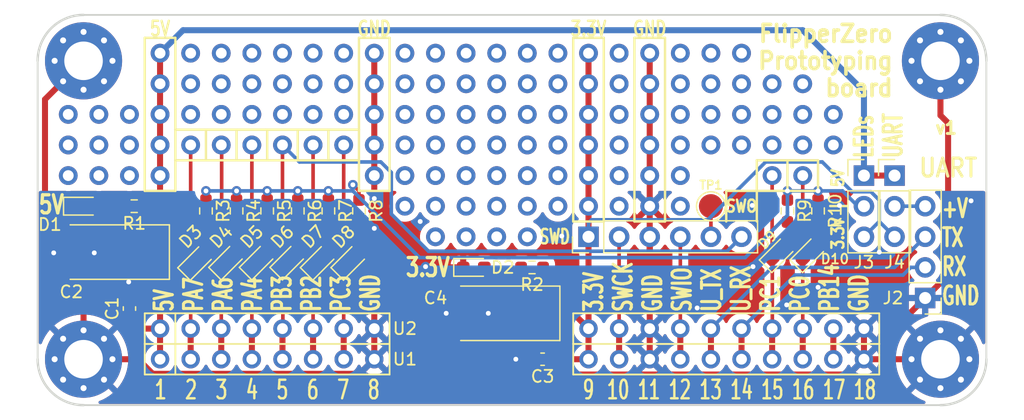
<source format=kicad_pcb>
(kicad_pcb (version 20241229) (generator "pcbnew") (generator_version "9.0")
  (layers (0 "F.Cu" signal) (2 "B.Cu" signal) (13 "F.Paste" user) (15 "B.Paste" user) (5 "F.SilkS" user "F.Silkscreen") (7 "B.SilkS" user "B.Silkscreen") (1 "F.Mask" user) (3 "B.Mask" user) (25 "Edge.Cuts" user))
  (net 0 "")
  (net 1 "/5V")
  (net 2 "/3.3V")
  (net 3 "GND")
  (net 4 "Net-(D1-A)")
  (net 5 "/PB14")
  (net 6 "/PC0")
  (net 7 "/PC1")
  (net 8 "/UART_RX")
  (net 9 "/UART_TX")
  (net 10 "/SWDIO")
  (net 11 "/SWCLK")
  (net 12 "/PC3")
  (net 13 "/PB2")
  (net 14 "/SWO")
  (net 15 "/PA4")
  (net 16 "/PA6")
  (net 17 "/PA7")
  (net 18 "Net-(D2-A)")
  (net 19 "Net-(D3-A)")
  (net 20 "Net-(D4-A)")
  (net 21 "Net-(D5-A)")
  (net 22 "Net-(D6-A)")
  (net 23 "Net-(D7-A)")
  (net 24 "Net-(D8-A)")
  (net 25 "Net-(D9-A)")
  (net 26 "Net-(D10-A)")
  (net 27 "Net-(J1-Pin_5)")
  (net 28 "Net-(J2-Pin_4)")
  (net 29 "Net-(J3-Pin_2)")
  (footprint "lomalkin_kicad_footprints:FlipperZero" (layer "F.Cu") (at 90.17 76.2)
    (property "Reference" "U1")
    (property "Value" "FlipperZero")
  )
  (footprint "lomalkin_kicad_footprints:Flipper-SolderPad" (layer "F.Cu") (at 111.76 53.34)
    (property "Reference" "X1" (hide yes))
    (property "Value" "SolderPad" (hide yes))
  )
  (footprint "lomalkin_kicad_footprints:Flipper-SolderPad" (layer "F.Cu") (at 109.22 50.8)
    (property "Reference" "X1" (hide yes))
    (property "Value" "SolderPad" (hide yes))
  )
  (footprint "lomalkin_kicad_footprints:Flipper-SolderPad" (layer "F.Cu") (at 109.22 53.34)
    (property "Reference" "X1" (hide yes))
    (property "Value" "SolderPad" (hide yes))
  )
  (footprint "lomalkin_kicad_footprints:Flipper-SolderPad" (layer "F.Cu") (at 106.68 53.34)
    (property "Reference" "X1" (hide yes))
    (property "Value" "SolderPad" (hide yes))
  )
  (footprint "lomalkin_kicad_footprints:Flipper-SolderPad" (layer "F.Cu") (at 106.68 50.8)
    (property "Reference" "X1" (hide yes))
    (property "Value" "SolderPad" (hide yes))
  )
  (footprint "lomalkin_kicad_footprints:Flipper-SolderPad" (layer "F.Cu") (at 106.68 55.88)
    (property "Reference" "X1" (hide yes))
    (property "Value" "SolderPad" (hide yes))
  )
  (footprint "lomalkin_kicad_footprints:Flipper-SolderPad" (layer "F.Cu") (at 109.22 55.88)
    (property "Reference" "X1" (hide yes))
    (property "Value" "SolderPad" (hide yes))
  )
  (footprint "lomalkin_kicad_footprints:Flipper-SolderPad" (layer "F.Cu") (at 106.68 58.42)
    (property "Reference" "X1" (hide yes))
    (property "Value" "SolderPad" (hide yes))
  )
  (footprint "lomalkin_kicad_footprints:Flipper-SolderPad" (layer "F.Cu") (at 109.22 58.42)
    (property "Reference" "X1" (hide yes))
    (property "Value" "SolderPad" (hide yes))
  )
  (footprint "lomalkin_kicad_footprints:Flipper-SolderPad" (layer "F.Cu") (at 111.76 58.42)
    (property "Reference" "X1" (hide yes))
    (property "Value" "SolderPad" (hide yes))
  )
  (footprint "lomalkin_kicad_footprints:Flipper-SolderPad" (layer "F.Cu") (at 106.68 63.5)
    (property "Reference" "X1" (hide yes))
    (property "Value" "SolderPad" (hide yes))
  )
  (footprint "lomalkin_kicad_footprints:Flipper-SolderPad" (layer "F.Cu") (at 106.68 60.96)
    (property "Reference" "X1" (hide yes))
    (property "Value" "SolderPad" (hide yes))
  )
  (footprint "lomalkin_kicad_footprints:Flipper-SolderPad" (layer "F.Cu") (at 116.84 55.88)
    (property "Reference" "X1" (hide yes))
    (property "Value" "SolderPad" (hide yes))
  )
  (footprint "lomalkin_kicad_footprints:Flipper-SolderPad" (layer "F.Cu") (at 114.3 55.88)
    (property "Reference" "X1" (hide yes))
    (property "Value" "SolderPad" (hide yes))
  )
  (footprint "lomalkin_kicad_footprints:Flipper-SolderPad" (layer "F.Cu") (at 114.3 58.42)
    (property "Reference" "X1" (hide yes))
    (property "Value" "SolderPad" (hide yes))
  )
  (footprint "lomalkin_kicad_footprints:Flipper-SolderPad" (layer "F.Cu") (at 119.38 55.88)
    (property "Reference" "X1" (hide yes))
    (property "Value" "SolderPad" (hide yes))
  )
  (footprint "lomalkin_kicad_footprints:Flipper-SolderPad" (layer "F.Cu") (at 116.84 58.42)
    (property "Reference" "X1" (hide yes))
    (property "Value" "SolderPad" (hide yes))
  )
  (footprint "lomalkin_kicad_footprints:Flipper-SolderPad" (layer "F.Cu") (at 114.3 53.34)
    (property "Reference" "X1" (hide yes))
    (property "Value" "SolderPad" (hide yes))
  )
  (footprint "lomalkin_kicad_footprints:Flipper-SolderPad" (layer "F.Cu") (at 116.84 53.34)
    (property "Reference" "X1" (hide yes))
    (property "Value" "SolderPad" (hide yes))
  )
  (footprint "lomalkin_kicad_footprints:Flipper-SolderPad" (layer "F.Cu") (at 119.38 58.42)
    (property "Reference" "X1" (hide yes))
    (property "Value" "SolderPad" (hide yes))
  )
  (footprint "lomalkin_kicad_footprints:Flipper-SolderPad" (layer "F.Cu") (at 111.76 50.8)
    (property "Reference" "X1" (hide yes))
    (property "Value" "SolderPad" (hide yes))
  )
  (footprint "lomalkin_kicad_footprints:Flipper-SolderPad" (layer "F.Cu") (at 83.82 63.5)
    (property "Reference" "X1" (hide yes))
    (property "Value" "SolderPad" (hide yes))
  )
  (footprint "lomalkin_kicad_footprints:Flipper-SolderPad" (layer "F.Cu") (at 83.82 60.96)
    (property "Reference" "X1" (hide yes))
    (property "Value" "SolderPad" (hide yes))
  )
  (footprint "lomalkin_kicad_footprints:Flipper-SolderPad" (layer "F.Cu") (at 83.82 58.42)
    (property "Reference" "X1" (hide yes))
    (property "Value" "SolderPad" (hide yes))
  )
  (footprint "lomalkin_kicad_footprints:Flipper-SolderPad" (layer "F.Cu") (at 83.82 55.88)
    (property "Reference" "X1" (hide yes))
    (property "Value" "SolderPad" (hide yes))
  )
  (footprint "lomalkin_kicad_footprints:Flipper-SolderPad" (layer "F.Cu") (at 83.82 53.34)
    (property "Reference" "X1" (hide yes))
    (property "Value" "SolderPad" (hide yes))
  )
  (footprint "lomalkin_kicad_footprints:Flipper-SolderPad" (layer "F.Cu") (at 83.82 50.8)
    (property "Reference" "X1" (hide yes))
    (property "Value" "SolderPad" (hide yes))
  )
  (footprint "lomalkin_kicad_footprints:Flipper-SolderPad" (layer "F.Cu") (at 86.36 55.88)
    (property "Reference" "X1" (hide yes))
    (property "Value" "SolderPad" (hide yes))
  )
  (footprint "lomalkin_kicad_footprints:Flipper-SolderPad" (layer "F.Cu") (at 86.36 60.96)
    (property "Reference" "X1" (hide yes))
    (property "Value" "SolderPad" (hide yes))
  )
  (footprint "lomalkin_kicad_footprints:Flipper-SolderPad" (layer "F.Cu") (at 86.36 63.5)
    (property "Reference" "X1" (hide yes))
    (property "Value" "SolderPad" (hide yes))
  )
  (footprint "lomalkin_kicad_footprints:Flipper-SolderPad" (layer "F.Cu") (at 86.36 58.42)
    (property "Reference" "X1" (hide yes))
    (property "Value" "SolderPad" (hide yes))
  )
  (footprint "lomalkin_kicad_footprints:Flipper-SolderPad" (layer "F.Cu") (at 86.36 53.34)
    (property "Reference" "X1" (hide yes))
    (property "Value" "SolderPad" (hide yes))
  )
  (footprint "lomalkin_kicad_footprints:Flipper-SolderPad" (layer "F.Cu") (at 86.36 50.8)
    (property "Reference" "X1" (hide yes))
    (property "Value" "SolderPad" (hide yes))
  )
  (footprint "lomalkin_kicad_footprints:Flipper-SolderPad" (layer "F.Cu") (at 88.9 58.42)
    (property "Reference" "X1" (hide yes))
    (property "Value" "SolderPad" (hide yes))
  )
  (footprint "lomalkin_kicad_footprints:Flipper-SolderPad" (layer "F.Cu") (at 88.9 55.88)
    (property "Reference" "X1" (hide yes))
    (property "Value" "SolderPad" (hide yes))
  )
  (footprint "lomalkin_kicad_footprints:Flipper-SolderPad" (layer "F.Cu") (at 88.9 63.5)
    (property "Reference" "X1" (hide yes))
    (property "Value" "SolderPad" (hide yes))
  )
  (footprint "lomalkin_kicad_footprints:Flipper-SolderPad" (layer "F.Cu") (at 88.9 53.34)
    (property "Reference" "X1" (hide yes))
    (property "Value" "SolderPad" (hide yes))
  )
  (footprint "lomalkin_kicad_footprints:Flipper-SolderPad" (layer "F.Cu") (at 88.9 60.96)
    (property "Reference" "X1" (hide yes))
    (property "Value" "SolderPad" (hide yes))
  )
  (footprint "lomalkin_kicad_footprints:Flipper-SolderPad" (layer "F.Cu") (at 88.9 50.8)
    (property "Reference" "X1" (hide yes))
    (property "Value" "SolderPad" (hide yes))
  )
  (footprint "lomalkin_kicad_footprints:Flipper-SolderPad" (layer "F.Cu") (at 91.44 53.34)
    (property "Reference" "X1" (hide yes))
    (property "Value" "SolderPad" (hide yes))
  )
  (footprint "lomalkin_kicad_footprints:Flipper-SolderPad" (layer "F.Cu") (at 91.44 50.8)
    (property "Reference" "X1" (hide yes))
    (property "Value" "SolderPad" (hide yes))
  )
  (footprint "lomalkin_kicad_footprints:Flipper-SolderPad" (layer "F.Cu") (at 91.44 55.88)
    (property "Reference" "X1" (hide yes))
    (property "Value" "SolderPad" (hide yes))
  )
  (footprint "lomalkin_kicad_footprints:Flipper-SolderPad" (layer "F.Cu") (at 91.44 60.96)
    (property "Reference" "X1" (hide yes))
    (property "Value" "SolderPad" (hide yes))
  )
  (footprint "lomalkin_kicad_footprints:Flipper-SolderPad" (layer "F.Cu") (at 91.44 63.5)
    (property "Reference" "X1" (hide yes))
    (property "Value" "SolderPad" (hide yes))
  )
  (footprint "lomalkin_kicad_footprints:Flipper-SolderPad" (layer "F.Cu") (at 91.44 58.42)
    (property "Reference" "X1" (hide yes))
    (property "Value" "SolderPad" (hide yes))
  )
  (footprint "lomalkin_kicad_footprints:Flipper-SolderPad" (layer "F.Cu") (at 93.98 60.96)
    (property "Reference" "X1" (hide yes))
    (property "Value" "SolderPad" (hide yes))
  )
  (footprint "lomalkin_kicad_footprints:Flipper-SolderPad" (layer "F.Cu") (at 93.98 63.5)
    (property "Reference" "X1" (hide yes))
    (property "Value" "SolderPad" (hide yes))
  )
  (footprint "lomalkin_kicad_footprints:Flipper-SolderPad" (layer "F.Cu") (at 93.98 53.34)
    (property "Reference" "X1" (hide yes))
    (property "Value" "SolderPad" (hide yes))
  )
  (footprint "lomalkin_kicad_footprints:Flipper-SolderPad" (layer "F.Cu") (at 93.98 55.88)
    (property "Reference" "X1" (hide yes))
    (property "Value" "SolderPad" (hide yes))
  )
  (footprint "lomalkin_kicad_footprints:Flipper-SolderPad" (layer "F.Cu") (at 93.98 58.42)
    (property "Reference" "X1" (hide yes))
    (property "Value" "SolderPad" (hide yes))
  )
  (footprint "lomalkin_kicad_footprints:Flipper-SolderPad" (layer "F.Cu") (at 93.98 50.8)
    (property "Reference" "X1" (hide yes))
    (property "Value" "SolderPad" (hide yes))
  )
  (footprint "lomalkin_kicad_footprints:Flipper-SolderPad" (layer "F.Cu") (at 96.52 58.42)
    (property "Reference" "X1" (hide yes))
    (property "Value" "SolderPad" (hide yes))
  )
  (footprint "lomalkin_kicad_footprints:Flipper-SolderPad" (layer "F.Cu") (at 96.52 63.5)
    (property "Reference" "X1" (hide yes))
    (property "Value" "SolderPad" (hide yes))
  )
  (footprint "lomalkin_kicad_footprints:Flipper-SolderPad" (layer "F.Cu") (at 96.52 55.88)
    (property "Reference" "X1" (hide yes))
    (property "Value" "SolderPad" (hide yes))
  )
  (footprint "lomalkin_kicad_footprints:Flipper-SolderPad" (layer "F.Cu") (at 96.52 53.34)
    (property "Reference" "X1" (hide yes))
    (property "Value" "SolderPad" (hide yes))
  )
  (footprint "lomalkin_kicad_footprints:Flipper-SolderPad" (layer "F.Cu") (at 96.52 60.96)
    (property "Reference" "X1" (hide yes))
    (property "Value" "SolderPad" (hide yes))
  )
  (footprint "lomalkin_kicad_footprints:Flipper-SolderPad" (layer "F.Cu") (at 96.52 50.8)
    (property "Reference" "X1" (hide yes))
    (property "Value" "SolderPad" (hide yes))
  )
  (footprint "lomalkin_kicad_footprints:Flipper-SolderPad" (layer "F.Cu") (at 78.74 55.88)
    (property "Reference" "X1" (hide yes))
    (property "Value" "SolderPad" (hide yes))
  )
  (footprint "lomalkin_kicad_footprints:Flipper-SolderPad" (layer "F.Cu") (at 76.2 55.88)
    (property "Reference" "X1" (hide yes))
    (property "Value" "SolderPad" (hide yes))
  )
  (footprint "lomalkin_kicad_footprints:Flipper-SolderPad" (layer "F.Cu") (at 73.66 55.88)
    (property "Reference" "X1" (hide yes))
    (property "Value" "SolderPad" (hide yes))
  )
  (footprint "lomalkin_kicad_footprints:Flipper-SolderPad" (layer "F.Cu") (at 71.12 55.88)
    (property "Reference" "X1" (hide yes))
    (property "Value" "SolderPad" (hide yes))
  )
  (footprint "lomalkin_kicad_footprints:Flipper-SolderPad" (layer "F.Cu") (at 68.58 55.88)
    (property "Reference" "X1" (hide yes))
    (property "Value" "SolderPad" (hide yes))
  )
  (footprint "lomalkin_kicad_footprints:Flipper-SolderPad" (layer "F.Cu") (at 66.04 55.88)
    (property "Reference" "X1" (hide yes))
    (property "Value" "SolderPad" (hide yes))
  )
  (footprint "lomalkin_kicad_footprints:Flipper-SolderPad" (layer "F.Cu") (at 76.2 53.34)
    (property "Reference" "X1" (hide yes))
    (property "Value" "SolderPad" (hide yes))
  )
  (footprint "lomalkin_kicad_footprints:Flipper-SolderPad" (layer "F.Cu") (at 68.58 53.34)
    (property "Reference" "X1" (hide yes))
    (property "Value" "SolderPad" (hide yes))
  )
  (footprint "lomalkin_kicad_footprints:Flipper-SolderPad" (layer "F.Cu") (at 73.66 53.34)
    (property "Reference" "X1" (hide yes))
    (property "Value" "SolderPad" (hide yes))
  )
  (footprint "lomalkin_kicad_footprints:Flipper-SolderPad" (layer "F.Cu") (at 71.12 53.34)
    (property "Reference" "X1" (hide yes))
    (property "Value" "SolderPad" (hide yes))
  )
  (footprint "lomalkin_kicad_footprints:Flipper-SolderPad" (layer "F.Cu") (at 66.04 53.34)
    (property "Reference" "X1" (hide yes))
    (property "Value" "SolderPad" (hide yes))
  )
  (footprint "lomalkin_kicad_footprints:Flipper-SolderPad" (layer "F.Cu") (at 78.74 53.34)
    (property "Reference" "X1" (hide yes))
    (property "Value" "SolderPad" (hide yes))
  )
  (footprint "lomalkin_kicad_footprints:Flipper-SolderPad" (layer "F.Cu") (at 66.04 50.8)
    (property "Reference" "X1" (hide yes))
    (property "Value" "SolderPad" (hide yes))
  )
  (footprint "lomalkin_kicad_footprints:Flipper-SolderPad" (layer "F.Cu") (at 68.58 50.8)
    (property "Reference" "X1" (hide yes))
    (property "Value" "SolderPad" (hide yes))
  )
  (footprint "lomalkin_kicad_footprints:Flipper-SolderPad" (layer "F.Cu") (at 73.66 50.8)
    (property "Reference" "X1" (hide yes))
    (property "Value" "SolderPad" (hide yes))
  )
  (footprint "lomalkin_kicad_footprints:Flipper-SolderPad" (layer "F.Cu") (at 76.2 50.8)
    (property "Reference" "X1" (hide yes))
    (property "Value" "SolderPad" (hide yes))
  )
  (footprint "lomalkin_kicad_footprints:Flipper-SolderPad" (layer "F.Cu") (at 71.12 50.8)
    (property "Reference" "X1" (hide yes))
    (property "Value" "SolderPad" (hide yes))
  )
  (footprint "lomalkin_kicad_footprints:Flipper-SolderPad" (layer "F.Cu") (at 78.74 50.8)
    (property "Reference" "X1" (hide yes))
    (property "Value" "SolderPad" (hide yes))
  )
  (footprint "lomalkin_kicad_footprints:Flipper-SolderPad" (layer "F.Cu") (at 58.42 55.88)
    (property "Reference" "X1" (hide yes))
    (property "Value" "SolderPad" (hide yes))
  )
  (footprint "lomalkin_kicad_footprints:Flipper-SolderPad" (layer "F.Cu") (at 55.88 58.42)
    (property "Reference" "X1" (hide yes))
    (property "Value" "SolderPad" (hide yes))
  )
  (footprint "lomalkin_kicad_footprints:Flipper-SolderPad" (layer "F.Cu") (at 55.88 55.88)
    (property "Reference" "X1" (hide yes))
    (property "Value" "SolderPad" (hide yes))
  )
  (footprint "lomalkin_kicad_footprints:Flipper-SolderPad" (layer "F.Cu") (at 58.42 60.96)
    (property "Reference" "X1" (hide yes))
    (property "Value" "SolderPad" (hide yes))
  )
  (footprint "lomalkin_kicad_footprints:Flipper-SolderPad" (layer "F.Cu") (at 58.42 58.42)
    (property "Reference" "X1" (hide yes))
    (property "Value" "SolderPad" (hide yes))
  )
  (footprint "lomalkin_kicad_footprints:Flipper-SolderPad" (layer "F.Cu") (at 60.96 55.88)
    (property "Reference" "X1" (hide yes))
    (property "Value" "SolderPad" (hide yes))
  )
  (footprint "lomalkin_kicad_footprints:Flipper-SolderPad" (layer "F.Cu") (at 60.96 60.96)
    (property "Reference" "X1" (hide yes))
    (property "Value" "SolderPad" (hide yes))
  )
  (footprint "lomalkin_kicad_footprints:Flipper-SolderPad" (layer "F.Cu") (at 60.96 58.42)
    (property "Reference" "X1" (hide yes))
    (property "Value" "SolderPad" (hide yes))
  )
  (footprint "lomalkin_kicad_footprints:Flipper-SolderPad" (layer "F.Cu") (at 55.88 60.96)
    (property "Reference" "X1" (hide yes))
    (property "Value" "SolderPad" (hide yes))
  )
  (footprint "lomalkin_kicad_footprints:Flipper-SolderPad" (layer "F.Cu") (at 101.6 50.8)
    (property "Reference" "X1" (hide yes))
    (property "Value" "SolderPad" (hide yes))
  )
  (footprint "lomalkin_kicad_footprints:Flipper-SolderPad" (layer "F.Cu") (at 101.6 55.88)
    (property "Reference" "X1" (hide yes))
    (property "Value" "SolderPad" (hide yes))
  )
  (footprint "lomalkin_kicad_footprints:Flipper-SolderPad" (layer "F.Cu") (at 101.6 58.42)
    (property "Reference" "X1" (hide yes))
    (property "Value" "SolderPad" (hide yes))
  )
  (footprint "lomalkin_kicad_footprints:Flipper-SolderPad" (layer "F.Cu") (at 101.6 53.34)
    (property "Reference" "X1" (hide yes))
    (property "Value" "SolderPad" (hide yes))
  )
  (footprint "lomalkin_kicad_footprints:Flipper-SolderPad" (layer "F.Cu") (at 101.6 60.96)
    (property "Reference" "X1" (hide yes))
    (property "Value" "SolderPad" (hide yes))
  )
  (footprint "lomalkin_kicad_footprints:Flipper-SolderPad" (layer "F.Cu") (at 101.6 63.5)
    (property "Reference" "X1" (hide yes))
    (property "Value" "SolderPad" (hide yes))
  )
  (footprint "lomalkin_kicad_footprints:Flipper-SolderPad" (layer "F.Cu") (at 86.36 66.04)
    (property "Reference" "X1" (hide yes))
    (property "Value" "SolderPad" (hide yes))
  )
  (footprint "lomalkin_kicad_footprints:Flipper-SolderPad" (layer "F.Cu") (at 88.9 66.04)
    (property "Reference" "X1" (hide yes))
    (property "Value" "SolderPad" (hide yes))
  )
  (footprint "lomalkin_kicad_footprints:Flipper-SolderPad" (layer "F.Cu") (at 91.44 66.04)
    (property "Reference" "X1" (hide yes))
    (property "Value" "SolderPad" (hide yes))
  )
  (footprint "lomalkin_kicad_footprints:Flipper-SolderPad" (layer "F.Cu") (at 93.98 66.04)
    (property "Reference" "X1" (hide yes))
    (property "Value" "SolderPad" (hide yes))
  )
  (footprint "Resistor_SMD:R_0603_1608Metric_Pad0.98x0.95mm_HandSolder" (layer "F.Cu") (at 61.355 63.5 180)
    (property "Reference" "R1")
    (property "Value" "1K")
  )
  (footprint "LED_SMD:LED_0603_1608Metric_Pad1.05x0.95mm_HandSolder" (layer "F.Cu") (at 57.15 63.5)
    (property "Reference" "D1")
    (property "Value" "LED0603")
  )
  (footprint "lomalkin_kicad_footprints:TestPoint_Pad_D2.0mm" (layer "F.Cu") (at 109.22 63.5)
    (property "Reference" "TP1")
    (property "Value" "TestPoint" (hide yes))
  )
  (footprint "Resistor_SMD:R_0603_1608Metric_Pad0.98x0.95mm_HandSolder" (layer "F.Cu") (at 94.375 68.58 180)
    (property "Reference" "R2")
    (property "Value" "1K")
  )
  (footprint "Resistor_SMD:R_0603_1608Metric_Pad0.98x0.95mm_HandSolder" (layer "F.Cu") (at 67.31 63.895 -90)
    (property "Reference" "R3")
    (property "Value" "1K")
  )
  (footprint "Resistor_SMD:R_0603_1608Metric_Pad0.98x0.95mm_HandSolder" (layer "F.Cu") (at 69.85 63.895 -90)
    (property "Reference" "R4")
    (property "Value" "1K")
  )
  (footprint "Resistor_SMD:R_0603_1608Metric_Pad0.98x0.95mm_HandSolder" (layer "F.Cu") (at 72.39 63.895 -90)
    (property "Reference" "R5")
    (property "Value" "1K")
  )
  (footprint "Resistor_SMD:R_0603_1608Metric_Pad0.98x0.95mm_HandSolder" (layer "F.Cu") (at 118.11 63.895 -90)
    (property "Reference" "R10")
    (property "Value" "1K")
  )
  (footprint "MountingHole:MountingHole_3.2mm_M3_Pad_Via" (layer "F.Cu") (at 57.15 51.435)
    (property "Reference" "H4" (hide yes))
    (property "Value" "MountingHole_Pad")
  )
  (footprint "MountingHole:MountingHole_3.2mm_M3_Pad_Via" (layer "F.Cu") (at 128.27 51.435 180)
    (property "Reference" "H3" (hide yes))
    (property "Value" "MountingHole_Pad")
  )
  (footprint "MountingHole:MountingHole_3.2mm_M3_Pad_Via" (layer "F.Cu") (at 57.15 76.2)
    (property "Reference" "H1" (hide yes))
    (property "Value" "MountingHole_Pad")
  )
  (footprint "MountingHole:MountingHole_3.2mm_M3_Pad_Via" (layer "F.Cu") (at 128.27 76.2)
    (property "Reference" "H2" (hide yes))
    (property "Value" "MountingHole_Pad")
  )
  (footprint "LED_SMD:LED_0603_1608Metric_Pad1.05x0.95mm_HandSolder" (layer "F.Cu") (at 76.835 67.945 45)
    (property "Reference" "D7")
    (property "Value" "LED")
  )
  (footprint "LED_SMD:LED_0603_1608Metric_Pad1.05x0.95mm_HandSolder" (layer "F.Cu") (at 117.475 67.31 45)
    (property "Reference" "D10")
    (property "Value" "LED")
  )
  (footprint "LED_SMD:LED_0603_1608Metric_Pad1.05x0.95mm_HandSolder" (layer "F.Cu") (at 114.935 67.31 45)
    (property "Reference" "D9")
    (property "Value" "LED")
  )
  (footprint "LED_SMD:LED_0603_1608Metric_Pad1.05x0.95mm_HandSolder" (layer "F.Cu") (at 79.375 67.945 45)
    (property "Reference" "D8")
    (property "Value" "LED")
  )
  (footprint "LED_SMD:LED_0603_1608Metric_Pad1.05x0.95mm_HandSolder" (layer "F.Cu") (at 74.311282 67.928718 45)
    (property "Reference" "D6")
    (property "Value" "LED")
  )
  (footprint "LED_SMD:LED_0603_1608Metric_Pad1.05x0.95mm_HandSolder" (layer "F.Cu") (at 71.771282 67.928718 45)
    (property "Reference" "D5")
    (property "Value" "LED")
  )
  (footprint "LED_SMD:LED_0603_1608Metric_Pad1.05x0.95mm_HandSolder" (layer "F.Cu") (at 69.231282 67.928718 45)
    (property "Reference" "D4")
    (property "Value" "LED")
  )
  (footprint "LED_SMD:LED_0603_1608Metric_Pad1.05x0.95mm_HandSolder" (layer "F.Cu") (at 66.658718 67.961282 45)
    (property "Reference" "D3")
    (property "Value" "LED")
  )
  (footprint "LED_SMD:LED_0603_1608Metric_Pad1.05x0.95mm_HandSolder" (layer "F.Cu") (at 89.535 68.58)
    (property "Reference" "D2")
    (property "Value" "LED0603")
  )
  (footprint "Connector_PinHeader_2.54mm:PinHeader_1x06_P2.54mm_Vertical" (layer "F.Cu") (at 99.06 66.04 90)
    (property "Reference" "J1" (hide yes))
    (property "Value" "SWD")
  )
  (footprint "Connector_PinHeader_2.54mm:PinHeader_1x04_P2.54mm_Vertical" (layer "F.Cu") (at 127 71.12 180)
    (property "Reference" "J2")
    (property "Value" "UART")
  )
  (footprint "Connector_PinHeader_2.54mm:PinHeader_1x03_P2.54mm_Vertical" (layer "F.Cu") (at 124.46 60.96)
    (property "Reference" "J4")
    (property "Value" "UART_PWR")
  )
  (footprint "Connector_PinHeader_2.54mm:PinHeader_1x03_P2.54mm_Vertical" (layer "F.Cu") (at 121.92 60.96)
    (property "Reference" "J3")
    (property "Value" "LEDS_PWR")
  )
  (footprint "Capacitor_Tantalum_SMD:CP_EIA-7343-31_Kemet-D_Pad2.25x2.55mm_HandSolder" (layer "F.Cu") (at 92.1 72.39 180)
    (property "Reference" "C4")
    (property "Value" "C_Tantal_D")
  )
  (footprint "Capacitor_Tantalum_SMD:CP_EIA-7343-31_Kemet-D_Pad2.25x2.55mm_HandSolder" (layer "F.Cu") (at 59.69 67.31 180)
    (property "Reference" "C2")
    (property "Value" "C_Tantal_D")
  )
  (footprint "Capacitor_SMD:C_0603_1608Metric_Pad1.08x0.95mm_HandSolder" (layer "F.Cu") (at 60.96 71.995 90)
    (property "Reference" "C1")
    (property "Value" "C0603")
  )
  (footprint "Capacitor_SMD:C_0603_1608Metric_Pad1.08x0.95mm_HandSolder" (layer "F.Cu") (at 95.25 76.2 180)
    (property "Reference" "C3")
    (property "Value" "C0603")
  )
  (footprint "Resistor_SMD:R_0603_1608Metric_Pad0.98x0.95mm_HandSolder" (layer "F.Cu") (at 115.57 63.895 -90)
    (property "Reference" "R9")
    (property "Value" "1K")
  )
  (footprint "lomalkin_kicad_footprints:FlipperZero" (layer "F.Cu") (at 90.17 73.66)
    (property "Reference" "U2")
    (property "Value" "FlipperZero")
  )
  (footprint "Resistor_SMD:R_0603_1608Metric_Pad0.98x0.95mm_HandSolder" (layer "F.Cu") (at 80.01 63.895 -90)
    (property "Reference" "R8")
    (property "Value" "1K")
  )
  (footprint "Resistor_SMD:R_0603_1608Metric_Pad0.98x0.95mm_HandSolder" (layer "F.Cu") (at 74.93 63.895 -90)
    (property "Reference" "R6")
    (property "Value" "1K")
  )
  (footprint "Resistor_SMD:R_0603_1608Metric_Pad0.98x0.95mm_HandSolder" (layer "F.Cu") (at 77.47 63.895 -90)
    (property "Reference" "R7")
    (property "Value" "1K")
  )
  (footprint "lomalkin_kicad_footprints:Flipper-SolderPad" (layer "F.Cu") (at 73.66 58.42)
    (property "Reference" "X5" (hide yes))
    (property "Value" "SolderPad" (hide yes))
  )
  (footprint "lomalkin_kicad_footprints:Flipper-SolderPad" (layer "F.Cu") (at 114.3 60.96)
    (property "Reference" "X8" (hide yes))
    (property "Value" "SolderPad" (hide yes))
  )
  (footprint "lomalkin_kicad_footprints:Flipper-SolderPad" (layer "F.Cu") (at 78.74 58.42)
    (property "Reference" "X7" (hide yes))
    (property "Value" "SolderPad" (hide yes))
  )
  (footprint "lomalkin_kicad_footprints:Flipper-SolderPad" (layer "F.Cu") (at 76.2 58.42)
    (property "Reference" "X6" (hide yes))
    (property "Value" "SolderPad" (hide yes))
  )
  (footprint "lomalkin_kicad_footprints:Flipper-SolderPad" (layer "F.Cu") (at 71.12 58.42)
    (property "Reference" "X4" (hide yes))
    (property "Value" "SolderPad" (hide yes))
  )
  (footprint "lomalkin_kicad_footprints:Flipper-SolderPad" (layer "F.Cu") (at 68.58 58.42)
    (property "Reference" "X3" (hide yes))
    (property "Value" "SolderPad" (hide yes))
  )
  (footprint "lomalkin_kicad_footprints:Flipper-SolderPad" (layer "F.Cu") (at 66.04 58.42)
    (property "Reference" "X2" (hide yes))
    (property "Value" "SolderPad" (hide yes))
  )
  (footprint "lomalkin_kicad_footprints:Flipper-SolderPad" (layer "F.Cu") (at 116.84 60.96)
    (property "Reference" "X9" (hide yes))
    (property "Value" "SolderPad" (hide yes))
  )
  (footprint "lomalkin_kicad_footprints:Flipper-SolderPad" (layer "F.Cu") (at 63.5 53.34)
    (property "Reference" "X13" (hide yes))
    (property "Value" "SolderPad" (hide yes))
  )
  (footprint "lomalkin_kicad_footprints:Flipper-SolderPad" (layer "F.Cu") (at 63.5 50.8)
    (property "Reference" "X12" (hide yes))
    (property "Value" "SolderPad" (hide yes))
  )
  (footprint "lomalkin_kicad_footprints:Flipper-SolderPad" (layer "F.Cu") (at 63.5 58.42)
    (property "Reference" "X11" (hide yes))
    (property "Value" "SolderPad" (hide yes))
  )
  (footprint "lomalkin_kicad_footprints:Flipper-SolderPad" (layer "F.Cu") (at 63.5 55.88)
    (property "Reference" "X10" (hide yes))
    (property "Value" "SolderPad" (hide yes))
  )
  (footprint "lomalkin_kicad_footprints:Flipper-SolderPad" (layer "F.Cu") (at 63.5 60.96)
    (property "Reference" "X14" (hide yes))
    (property "Value" "SolderPad" (hide yes))
  )
  (footprint "lomalkin_kicad_footprints:Flipper-SolderPad" (layer "F.Cu") (at 99.06 50.8)
    (property "Reference" "X20" (hide yes))
    (property "Value" "SolderPad" (hide yes))
  )
  (footprint "lomalkin_kicad_footprints:Flipper-SolderPad" (layer "F.Cu") (at 99.06 53.34)
    (property "Reference" "X19" (hide yes))
    (property "Value" "SolderPad" (hide yes))
  )
  (footprint "lomalkin_kicad_footprints:Flipper-SolderPad" (layer "F.Cu") (at 99.06 63.5)
    (property "Reference" "X18" (hide yes))
    (property "Value" "SolderPad" (hide yes))
  )
  (footprint "lomalkin_kicad_footprints:Flipper-SolderPad" (layer "F.Cu") (at 99.06 55.88)
    (property "Reference" "X17" (hide yes))
    (property "Value" "SolderPad" (hide yes))
  )
  (footprint "lomalkin_kicad_footprints:Flipper-SolderPad" (layer "F.Cu") (at 99.06 60.96)
    (property "Reference" "X16" (hide yes))
    (property "Value" "SolderPad" (hide yes))
  )
  (footprint "lomalkin_kicad_footprints:Flipper-SolderPad" (layer "F.Cu") (at 99.06 58.42)
    (property "Reference" "X15" (hide yes))
    (property "Value" "SolderPad" (hide yes))
  )
  (footprint "lomalkin_kicad_footprints:Flipper-SolderPad" (layer "F.Cu") (at 111.76 55.88)
    (property "Reference" "X1" (hide yes))
    (property "Value" "SolderPad" (hide yes))
  )
  (footprint "lomalkin_kicad_footprints:Flipper-SolderPad" (layer "F.Cu") (at 104.14 58.42)
    (property "Reference" "X24" (hide yes))
    (property "Value" "SolderPad" (hide yes))
  )
  (footprint "lomalkin_kicad_footprints:Flipper-SolderPad" (layer "F.Cu") (at 104.14 63.5)
    (property "Reference" "X23" (hide yes))
    (property "Value" "SolderPad" (hide yes))
  )
  (footprint "lomalkin_kicad_footprints:Flipper-SolderPad" (layer "F.Cu") (at 104.14 55.88)
    (property "Reference" "X22" (hide yes))
    (property "Value" "SolderPad" (hide yes))
  )
  (footprint "lomalkin_kicad_footprints:Flipper-SolderPad" (layer "F.Cu") (at 104.14 60.96)
    (property "Reference" "X21" (hide yes))
    (property "Value" "SolderPad" (hide yes))
  )
  (footprint "lomalkin_kicad_footprints:Flipper-SolderPad" (layer "F.Cu") (at 104.14 53.34)
    (property "Reference" "X25" (hide yes))
    (property "Value" "SolderPad" (hide yes))
  )
  (footprint "lomalkin_kicad_footprints:Flipper-SolderPad" (layer "F.Cu") (at 104.14 50.8)
    (property "Reference" "X26" (hide yes))
    (property "Value" "SolderPad" (hide yes))
  )
  (footprint "lomalkin_kicad_footprints:Flipper-SolderPad" (layer "F.Cu") (at 81.28 53.34)
    (property "Reference" "X29" (hide yes))
    (property "Value" "SolderPad" (hide yes))
  )
  (footprint "lomalkin_kicad_footprints:Flipper-SolderPad" (layer "F.Cu") (at 81.28 50.8)
    (property "Reference" "X28" (hide yes))
    (property "Value" "SolderPad" (hide yes))
  )
  (footprint "lomalkin_kicad_footprints:Flipper-SolderPad" (layer "F.Cu") (at 81.28 60.96)
    (property "Reference" "X27" (hide yes))
    (property "Value" "SolderPad" (hide yes))
  )
  (footprint "lomalkin_kicad_footprints:Flipper-SolderPad" (layer "F.Cu") (at 81.28 55.88)
    (property "Reference" "X31" (hide yes))
    (property "Value" "SolderPad" (hide yes))
  )
  (footprint "lomalkin_kicad_footprints:Flipper-SolderPad" (layer "F.Cu") (at 81.28 58.42)
    (property "Reference" "X30" (hide yes))
    (property "Value" "SolderPad" (hide yes))
  )
  (gr_line (start 82.55 49.53) (end 82.55 62.23) (stroke (width 0.2)) (layer "F.SilkS"))
  (gr_line (start 64.77 57.15) (end 80.01 57.15) (stroke (width 0.2)) (layer "F.SilkS"))
  (gr_line (start 102.87 64.77) (end 102.87 49.53) (stroke (width 0.2)) (layer "F.SilkS"))
  (gr_line (start 62.23 62.23) (end 64.77 62.23) (stroke (width 0.2)) (layer "F.SilkS"))
  (gr_line (start 64.77 62.23) (end 64.77 49.53) (stroke (width 0.2)) (layer "F.SilkS"))
  (gr_line (start 80.01 49.53) (end 82.55 49.53) (stroke (width 0.2)) (layer "F.SilkS"))
  (gr_line (start 72.39 57.15) (end 72.39 59.69) (stroke (width 0.2)) (layer "F.SilkS"))
  (gr_line (start 105.41 49.53) (end 105.41 64.77) (stroke (width 0.2)) (layer "F.SilkS"))
  (gr_line (start 77.47 57.15) (end 77.47 59.69) (stroke (width 0.2)) (layer "F.SilkS"))
  (gr_line (start 97.79 64.77) (end 100.33 64.77) (stroke (width 0.2)) (layer "F.SilkS"))
  (gr_line (start 110.49 62.23) (end 110.49 64.77) (stroke (width 0.2)) (layer "F.SilkS"))
  (gr_line (start 67.31 57.15) (end 67.31 59.69) (stroke (width 0.2)) (layer "F.SilkS"))
  (gr_line (start 100.33 49.53) (end 97.79 49.53) (stroke (width 0.2)) (layer "F.SilkS"))
  (gr_line (start 105.41 64.77) (end 102.87 64.77) (stroke (width 0.2)) (layer "F.SilkS"))
  (gr_line (start 113.03 62.23) (end 118.11 62.23) (stroke (width 0.2)) (layer "F.SilkS"))
  (gr_line (start 97.79 49.53) (end 97.79 64.77) (stroke (width 0.2)) (layer "F.SilkS"))
  (gr_line (start 113.03 64.77) (end 113.03 62.23) (stroke (width 0.2)) (layer "F.SilkS"))
  (gr_line (start 118.11 62.23) (end 118.11 61.595) (stroke (width 0.2)) (layer "F.SilkS"))
  (gr_line (start 69.85 57.15) (end 69.85 59.69) (stroke (width 0.2)) (layer "F.SilkS"))
  (gr_line (start 102.87 49.53) (end 105.41 49.53) (stroke (width 0.2)) (layer "F.SilkS"))
  (gr_line (start 80.01 59.69) (end 64.77 59.69) (stroke (width 0.2)) (layer "F.SilkS"))
  (gr_line (start 82.55 62.23) (end 80.01 62.23) (stroke (width 0.2)) (layer "F.SilkS"))
  (gr_line (start 74.93 57.15) (end 74.93 59.69) (stroke (width 0.2)) (layer "F.SilkS"))
  (gr_line (start 113.03 59.69) (end 118.11 59.69) (stroke (width 0.2)) (layer "F.SilkS"))
  (gr_line (start 115.57 59.69) (end 115.57 62.23) (stroke (width 0.2)) (layer "F.SilkS"))
  (gr_line (start 113.03 62.23) (end 110.49 62.23) (stroke (width 0.2)) (layer "F.SilkS"))
  (gr_line (start 113.03 59.69) (end 113.03 62.23) (stroke (width 0.2)) (layer "F.SilkS"))
  (gr_line (start 64.77 49.53) (end 62.23 49.53) (stroke (width 0.2)) (layer "F.SilkS"))
  (gr_line (start 62.23 49.53) (end 62.23 62.23) (stroke (width 0.2)) (layer "F.SilkS"))
  (gr_line (start 118.11 59.69) (end 118.11 61.595) (stroke (width 0.2)) (layer "F.SilkS"))
  (gr_line (start 100.33 64.77) (end 100.33 49.53) (stroke (width 0.2)) (layer "F.SilkS"))
  (gr_line (start 80.01 62.23) (end 80.01 49.53) (stroke (width 0.2)) (layer "F.SilkS"))
  (gr_arc (start 57.15 80.01) (mid 54.455923 78.894077) (end 53.34 76.2) (stroke (width 0.2)) (layer "Edge.Cuts"))
  (gr_arc (start 132.08 76.2) (mid 130.964077 78.894077) (end 128.27 80.01) (stroke (width 0.2)) (layer "Edge.Cuts"))
  (gr_arc (start 128.27 47.625) (mid 130.964077 48.740923) (end 132.08 51.435) (stroke (width 0.2)) (layer "Edge.Cuts"))
  (gr_line (start 132.08 76.2) (end 132.08 51.435) (stroke (width 0.15)) (layer "Edge.Cuts"))
  (gr_line (start 57.15 80.01) (end 128.27 80.01) (stroke (width 0.15)) (layer "Edge.Cuts"))
  (gr_line (start 57.15 47.625) (end 128.27 47.625) (stroke (width 0.15)) (layer "Edge.Cuts"))
  (gr_arc (start 53.34 51.435) (mid 54.455923 48.740923) (end 57.15 47.625) (stroke (width 0.2)) (layer "Edge.Cuts"))
  (gr_line (start 53.34 76.2) (end 53.34 51.435) (stroke (width 0.15)) (layer "Edge.Cuts"))
  (gr_text "FlipperZero\nPrototyping\nboard" (at 124.46 51.435 0) (layer "F.SilkS") (effects (font (size 1.4 1.3) (thickness 0.3)) (justify right)))
  (gr_text "3.3V" (at 85.725 68.58 0) (layer "F.SilkS") (effects (font (size 1.5 1.1) (thickness 0.275))))
  (gr_text "3.3V |  5V" (at 119.761 63.754 90) (layer "F.SilkS") (effects (font (size 1 0.8) (thickness 0.2))))
  (gr_text "v1" (at 128.74752 57.01284 0) (layer "F.SilkS") (effects (font (size 1 1) (thickness 0.25))))
  (gr_text "3.3V" (at 99.06 48.768 0) (layer "F.SilkS") (effects (font (size 1.2 0.9) (thickness 0.2))))
  (gr_text "SWD" (at 96.266 66.04 0) (layer "F.SilkS") (effects (font (size 1.2 0.8) (thickness 0.2))))
  (gr_text "3.3V\nSWCK\nGND\nSWIO\nU_TX\nU_RX\nPC1\nPC0\nPB14\nGND" (at 110.49 72.39 90) (layer "F.SilkS") (effects (font (size 1.52 1) (thickness 0.25)) (justify left)))
  (gr_text "10 11 12 13 14 15 16 17 18" (at 111.76 78.74 0) (layer "F.SilkS") (effects (font (size 1.54 0.96) (thickness 0.2))))
  (gr_text "9" (at 99.06 78.74 0) (layer "F.SilkS") (effects (font (size 1.54 0.96) (thickness 0.2))))
  (gr_text "1  2  3  4  5  6  7  8" (at 72.39 78.74 0) (layer "F.SilkS") (effects (font (size 1.54 1.02) (thickness 0.2))))
  (gr_text "SWO" (at 111.76 63.5 0) (layer "F.SilkS") (effects (font (size 1 0.8) (thickness 0.2))))
  (gr_text "5V" (at 63.5 48.768 0) (layer "F.SilkS") (effects (font (size 1.2 0.9) (thickness 0.2))))
  (gr_text "GND" (at 104.14 48.768 0) (layer "F.SilkS") (effects (font (size 1.2 0.9) (thickness 0.2))))
  (gr_text "GND" (at 81.28 48.768 0) (layer "F.SilkS") (effects (font (size 1.2 0.9) (thickness 0.2))))
  (gr_text "LEDs\nUART" (at 123.13 59.63 90) (layer "F.SilkS") (effects (font (size 1.5 1) (thickness 0.25)) (justify left)))
  (gr_text "UART" (at 126.365 60.325 0) (layer "F.SilkS") (effects (font (size 1.5 1.3) (thickness 0.25)) (justify left)))
  (gr_text "5V\nPA7\nPA6\nPA4\nPB3\nPB2\nPC3\nGND" (at 72.39 72.39 90) (layer "F.SilkS") (effects (font (size 1.52 1) (thickness 0.25)) (justify left)))
  (gr_text "+V\nTX\nRX\nGND" (at 128.27 67.31 0) (layer "F.SilkS") (effects (font (size 1.5 1) (thickness 0.25)) (justify left)))
  (gr_text "5V" (at 54.483 63.373 0) (layer "F.SilkS") (effects (font (size 1.5 1.1) (thickness 0.275))))
  (segment (start 63.5 67.92) (end 62.89 67.31) (width 0.5) (layer "F.Cu") (net 1))
  (segment (start 63.5 55.88) (end 63.5 58.42) (width 0.5) (layer "F.Cu") (net 1))
  (segment (start 61.75 73.66) (end 60.96 72.87) (width 0.5) (layer "F.Cu") (net 1))
  (segment (start 63.5 66.7) (end 62.89 67.31) (width 0.5) (layer "F.Cu") (net 1))
  (segment (start 63.5 50.8) (end 63.5 53.34) (width 0.5) (layer "F.Cu") (net 1))
  (segment (start 63.5 53.34) (end 63.5 55.88) (width 0.5) (layer "F.Cu") (net 1))
  (segment (start 63.5 60.96) (end 63.5 66.7) (width 0.5) (layer "F.Cu") (net 1))
  (segment (start 63.5 73.66) (end 63.5 76.2) (width 0.5) (layer "F.Cu") (net 1))
  (segment (start 63.5 73.66) (end 61.75 73.66) (width 0.5) (layer "F.Cu") (net 1))
  (segment (start 63.5 60.96) (end 63.5 58.42) (width 0.5) (layer "F.Cu") (net 1))
  (segment (start 62.23 66.65) (end 62.89 67.31) (width 0.3) (layer "F.Cu") (net 1))
  (segment (start 124.46 60.96) (end 121.92 60.96) (width 0.5) (layer "F.Cu") (net 1))
  (segment (start 63.5 73.66) (end 63.5 67.92) (width 0.5) (layer "F.Cu") (net 1))
  (segment (start 62.23 63.5) (end 62.23 66.65) (width 0.3) (layer "F.Cu") (net 1))
  (segment (start 65.405 48.895) (end 63.5 50.8) (width 0.5) (layer "B.Cu") (net 1))
  (segment (start 121.92 60.96) (end 121.92 53.975) (width 0.5) (layer "B.Cu") (net 1))
  (segment (start 121.92 53.975) (end 116.84 48.895) (width 0.5) (layer "B.Cu") (net 1))
  (segment (start 116.84 48.895) (end 65.405 48.895) (width 0.5) (layer "B.Cu") (net 1))
  (segment (start 99.06 74.93) (end 99.06 76.2) (width 0.5) (layer "F.Cu") (net 2))
  (segment (start 99.06 63.5) (end 99.06 66.04) (width 0.5) (layer "F.Cu") (net 2))
  (segment (start 95.25 72.34) (end 95.3 72.39) (width 0.3) (layer "F.Cu") (net 2))
  (segment (start 97.155 76.2) (end 99.06 76.2) (width 0.5) (layer "F.Cu") (net 2))
  (segment (start 99.06 60.96) (end 99.06 63.5) (width 0.5) (layer "F.Cu") (net 2))
  (segment (start 99.06 50.8) (end 99.06 53.34) (width 0.5) (layer "F.Cu") (net 2))
  (segment (start 99.06 67.39) (end 99.06 73.66) (width 0.5) (layer "F.Cu") (net 2))
  (segment (start 99.06 58.42) (end 99.06 60.96) (width 0.5) (layer "F.Cu") (net 2))
  (segment (start 96.125 76.2) (end 97.155 76.2) (width 0.5) (layer "F.Cu") (net 2))
  (segment (start 99.06 66.04) (end 99.06 67.39) (width 0.5) (layer "F.Cu") (net 2))
  (segment (start 95.3 72.39) (end 97.79 72.39) (width 0.5) (layer "F.Cu") (net 2))
  (segment (start 97.79 72.39) (end 99.06 73.66) (width 0.5) (layer "F.Cu") (net 2))
  (segment (start 99.06 73.66) (end 99.06 74.93) (width 0.5) (layer "F.Cu") (net 2))
  (segment (start 95.25 68.58) (end 95.25 72.34) (width 0.3) (layer "F.Cu") (net 2))
  (segment (start 99.06 53.34) (end 99.06 55.88) (width 0.5) (layer "F.Cu") (net 2))
  (segment (start 99.06 55.88) (end 99.06 58.42) (width 0.5) (layer "F.Cu") (net 2))
  (segment (start 120.929997 62.299999) (end 122.496001 62.299999) (width 0.3) (layer "B.Cu") (net 2))
  (segment (start 123.19 64.77) (end 124.46 66.04) (width 0.3) (layer "B.Cu") (net 2))
  (segment (start 108.957597 64.630001) (end 113.757599 59.829999) (width 0.3) (layer "B.Cu") (net 2))
  (segment (start 99.319999 64.630001) (end 108.957597 64.630001) (width 0.3) (layer "B.Cu") (net 2))
  (segment (start 99.06 66.04) (end 99.06 64.89) (width 0.3) (layer "B.Cu") (net 2))
  (segment (start 113.757599 59.829999) (end 118.459997 59.829999) (width 0.3) (layer "B.Cu") (net 2))
  (segment (start 123.19 62.993998) (end 123.19 64.77) (width 0.3) (layer "B.Cu") (net 2))
  (segment (start 118.459997 59.829999) (end 120.929997 62.299999) (width 0.3) (layer "B.Cu") (net 2))
  (segment (start 99.06 64.89) (end 99.319999 64.630001) (width 0.3) (layer "B.Cu") (net 2))
  (segment (start 123.19 64.77) (end 121.92 66.04) (width 0.3) (layer "B.Cu") (net 2))
  (segment (start 122.496001 62.299999) (end 123.19 62.993998) (width 0.3) (layer "B.Cu") (net 2))
  (segment (start 90.7415 72.39) (end 90.805 72.39) (width 0.5) (layer "F.Cu") (net 3))
  (segment (start 93.0275 76.2) (end 94.375 76.2) (width 0.5) (layer "F.Cu") (net 3))
  (segment (start 60.8965 69.7865) (end 57.785 67.31) (width 0.5) (layer "F.Cu") (net 3))
  (segment (start 81.28 62.865) (end 81.28 60.96) (width 0.5) (layer "F.Cu") (net 3))
  (segment (start 81.28 65.3415) (end 81.28 62.865) (width 0.5) (layer "F.Cu") (net 3))
  (segment (start 87.249 72.39) (end 88.9 72.39) (width 0.5) (layer "F.Cu") (net 3))
  (segment (start 58.039 67.3735) (end 56.49 67.31) (width 0.5) (layer "F.Cu") (net 3))
  (segment (start 105.41 77.47) (end 120.65 77.47) (width 0.5) (layer "F.Cu") (net 3))
  (segment (start 120.65 77.47) (end 121.92 76.2) (width 0.5) (layer "F.Cu") (net 3))
  (segment (start 61.675483 76.2) (end 62.887484 77.412001) (width 0.5) (layer "F.Cu") (net 3))
  (segment (start 104.14 60.96) (end 104.14 58.42) (width 0.5) (layer "F.Cu") (net 3))
  (segment (start 104.14 55.88) (end 104.14 53.34) (width 0.5) (layer "F.Cu") (net 3))
  (segment (start 53.950001 64.770001) (end 55.309447 66.129447) (width 0.5) (layer "F.Cu") (net 3))
  (segment (start 127 71.12) (end 128.905 69.215) (width 0.5) (layer "F.Cu") (net 3))
  (segment (start 104.14 66.04) (end 104.14 73.66) (width 0.5) (layer "F.Cu") (net 3))
  (segment (start 104.14 55.88) (end 104.14 58.42) (width 0.5) (layer "F.Cu") (net 3))
  (segment (start 92.71 76.835) (end 93.345 77.47) (width 0.5) (layer "F.Cu") (net 3))
  (segment (start 92.71 74.93) (end 92.71 76.2) (width 0.5) (layer "F.Cu") (net 3))
  (segment (start 81.28 53.34) (end 81.28 55.88) (width 0.5) (layer "F.Cu") (net 3))
  (segment (start 60.96 71.12) (end 60.96 70.485) (width 0.5) (layer "F.Cu") (net 3))
  (segment (start 127 71.12) (end 121.92 76.2) (width 0.5) (layer "F.Cu") (net 3))
  (segment (start 81.28 50.8) (end 81.28 53.34) (width 0.5) (layer "F.Cu") (net 3))
  (segment (start 62.887484 77.412001) (end 80.067999 77.412001) (width 0.5) (layer "F.Cu") (net 3))
  (segment (start 93.345 77.47) (end 102.87 77.47) (width 0.5) (layer "F.Cu") (net 3))
  (segment (start 53.950001 54.634999) (end 53.950001 64.770001) (width 0.5) (layer "F.Cu") (net 3))
  (segment (start 82.55 72.39) (end 81.28 73.66) (width 0.5) (layer "F.Cu") (net 3))
  (segment (start 88.9 72.39) (end 90.7415 72.39) (width 0.5) (layer "F.Cu") (net 3))
  (segment (start 88.66 72.15) (end 88.9 72.39) (width 0.3) (layer "F.Cu") (net 3))
  (segment (start 81.28 73.66) (end 81.28 65.3415) (width 0.5) (layer "F.Cu") (net 3))
  (segment (start 60.96 70.485) (end 60.8965 69.7865) (width 0.5) (layer "F.Cu") (net 3))
  (segment (start 55.309447 66.129447) (end 56.49 67.31) (width 0.5) (layer "F.Cu") (net 3))
  (segment (start 121.92 76.2) (end 128.27 76.2) (width 0.5) (layer "F.Cu") (net 3))
  (segment (start 81.28 73.66) (end 81.28 76.2) (width 0.5) (layer "F.Cu") (net 3))
  (segment (start 81.28 58.42) (end 81.28 55.88) (width 0.5) (layer "F.Cu") (net 3))
  (segment (start 57.785 67.31) (end 58.039 67.3735) (width 0.5) (layer "F.Cu") (net 3))
  (segment (start 104.14 76.2) (end 105.41 77.47) (width 0.5) (layer "F.Cu") (net 3))
  (segment (start 90.805 72.39) (end 92.71 74.295) (width 0.5) (layer "F.Cu") (net 3))
  (segment (start 104.14 60.96) (end 104.14 63.5) (width 0.5) (layer "F.Cu") (net 3))
  (segment (start 128.27 55.960483) (end 128.27 51.435) (width 0.5) (layer "F.Cu") (net 3))
  (segment (start 82.55 72.39) (end 87.249 72.39) (width 0.5) (layer "F.Cu") (net 3))
  (segment (start 128.905 69.215) (end 128.905 56.595483) (width 0.5) (layer "F.Cu") (net 3))
  (segment (start 104.14 50.8) (end 104.14 53.34) (width 0.5) (layer "F.Cu") (net 3))
  (segment (start 56.275 63.5) (end 56.275 67.095) (width 0.5) (layer "F.Cu") (net 3))
  (segment (start 92.71 74.295) (end 92.71 74.93) (width 0.5) (layer "F.Cu") (net 3))
  (segment (start 121.92 76.2) (end 121.92 73.66) (width 0.5) (layer "F.Cu") (net 3))
  (segment (start 104.14 73.66) (end 104.14 76.2) (width 0.5) (layer "F.Cu") (net 3))
  (segment (start 57.15 51.435) (end 53.950001 54.634999) (width 0.5) (layer "F.Cu") (net 3))
  (segment (start 80.518001 76.961999) (end 81.28 76.2) (width 0.5) (layer "F.Cu") (net 3))
  (segment (start 57.15 76.2) (end 61.675483 76.2) (width 0.5) (layer "F.Cu") (net 3))
  (segment (start 104.14 66.04) (end 104.14 63.5) (width 0.5) (layer "F.Cu") (net 3))
  (segment (start 92.71 76.2) (end 92.71 76.835) (width 0.5) (layer "F.Cu") (net 3))
  (segment (start 128.905 56.595483) (end 128.27 55.960483) (width 0.5) (layer "F.Cu") (net 3))
  (segment (start 57.15 67.97) (end 56.49 67.31) (width 0.5) (layer "F.Cu") (net 3))
  (segment (start 102.87 77.47) (end 105.41 77.47) (width 0.5) (layer "F.Cu") (net 3))
  (segment (start 57.15 76.2) (end 57.15 67.97) (width 0.5) (layer "F.Cu") (net 3))
  (segment (start 92.71 76.2) (end 93.0275 76.2) (width 0.5) (layer "F.Cu") (net 3))
  (segment (start 80.067999 77.412001) (end 80.518001 76.961999) (width 0.5) (layer "F.Cu") (net 3))
  (segment (start 88.66 68.58) (end 88.66 72.15) (width 0.3) (layer "F.Cu") (net 3))
  (segment (start 81.28 60.96) (end 81.28 58.42) (width 0.5) (layer "F.Cu") (net 3))
  (segment (start 56.275 67.095) (end 56.49 67.31) (width 0.5) (layer "F.Cu") (net 3))
  (via (at 90.7415 72.39) (size 0.8) (drill 0.4) (layers "F.Cu" "B.Cu") (net 3))
  (via (at 85.09 64.77) (size 0.8) (drill 0.4) (layers "F.Cu" "B.Cu") (net 3))
  (via (at 87.249 72.39) (size 0.8) (drill 0.4) (layers "F.Cu" "B.Cu") (net 3))
  (via (at 81.28 65.3415) (size 0.8) (drill 0.4) (layers "F.Cu" "B.Cu") (net 3))
  (via (at 112.649 63.4365) (size 0.8) (drill 0.4) (layers "F.Cu" "B.Cu") (net 3))
  (via (at 96.8375 65.9765) (size 0.8) (drill 0.4) (layers "F.Cu" "B.Cu") (net 3))
  (via (at 58.039 67.3735) (size 0.8) (drill 0.4) (layers "F.Cu" "B.Cu") (net 3))
  (via (at 118.11 70.231) (size 0.8) (drill 0.4) (layers "F.Cu" "B.Cu") (net 3))
  (via (at 123.19 67.31) (size 0.8) (drill 0.4) (layers "F.Cu" "B.Cu") (net 3))
  (via (at 119.888 63.4365) (size 0.8) (drill 0.4) (layers "F.Cu" "B.Cu") (net 3))
  (via (at 60.8965 69.7865) (size 0.8) (drill 0.4) (layers "F.Cu" "B.Cu") (net 3))
  (via (at 81.28 62.865) (size 0.8) (drill 0.4) (layers "F.Cu" "B.Cu") (net 3))
  (via (at 130.81 63.0555) (size 0.8) (drill 0.4) (layers "F.Cu" "B.Cu") (net 3))
  (via (at 115.5065 71.6915) (size 0.8) (drill 0.4) (layers "F.Cu" "B.Cu") (net 3))
  (via (at 85.5345 68.5165) (size 0.8) (drill 0.4) (layers "F.Cu" "B.Cu") (net 3))
  (via (at 112.7125 68.5165) (size 0.8) (drill 0.4) (layers "F.Cu" "B.Cu") (net 3))
  (via (at 108.077 71.9455) (size 0.8) (drill 0.4) (layers "F.Cu" "B.Cu") (net 3))
  (via (at 54.6735 67.3735) (size 0.8) (drill 0.4) (layers "F.Cu" "B.Cu") (net 3))
  (via (at 93.0275 76.2) (size 0.8) (drill 0.4) (layers "F.Cu" "B.Cu") (net 3))
  (segment (start 58.025 63.5) (end 60.48 63.5) (width 0.3) (layer "F.Cu") (net 4))
  (segment (start 119.38 73.66) (end 119.38 76.2) (width 0.5) (layer "F.Cu") (net 5))
  (segment (start 116.84 73.66) (end 116.84 67.945) (width 0.3) (layer "F.Cu") (net 6))
  (segment (start 116.84 74.93) (end 116.84 73.66) (width 0.5) (layer "F.Cu") (net 6))
  (segment (start 116.84 67.945) (end 116.856282 67.928718) (width 0.3) (layer "F.Cu") (net 6))
  (segment (start 116.84 76.2) (end 116.84 74.93) (width 0.5) (layer "F.Cu") (net 6))
  (segment (start 116.84 67.912436) (end 116.856282 67.928718) (width 0.3) (layer "F.Cu") (net 6))
  (segment (start 116.84 60.96) (end 116.84 67.912436) (width 0.3) (layer "F.Cu") (net 6))
  (segment (start 114.3 60.96) (end 114.3 67.912436) (width 0.3) (layer "F.Cu") (net 7))
  (segment (start 114.3 73.66) (end 114.3 76.2) (width 0.5) (layer "F.Cu") (net 7))
  (segment (start 114.316282 67.928718) (end 114.316282 73.643718) (width 0.3) (layer "F.Cu") (net 7))
  (segment (start 114.3 67.912436) (end 114.316282 67.928718) (width 0.3) (layer "F.Cu") (net 7))
  (segment (start 114.316282 73.643718) (end 114.3 73.66) (width 0.3) (layer "F.Cu") (net 7))
  (segment (start 111.76 76.2) (end 111.76 73.66) (width 0.5) (layer "F.Cu") (net 8))
  (segment (start 125.797919 68.58) (end 125.162919 69.215) (width 0.3) (layer "B.Cu") (net 8))
  (segment (start 127 68.58) (end 125.797919 68.58) (width 0.3) (layer "B.Cu") (net 8))
  (segment (start 116.205 69.215) (end 111.76 73.66) (width 0.3) (layer "B.Cu") (net 8))
  (segment (start 125.162919 69.215) (end 116.205 69.215) (width 0.3) (layer "B.Cu") (net 8))
  (segment (start 109.22 76.2) (end 109.22 73.66) (width 0.5) (layer "F.Cu") (net 9))
  (segment (start 109.22 73.66) (end 114.3 68.58) (width 0.3) (layer "B.Cu") (net 9))
  (segment (start 114.3 68.58) (end 124.46 68.58) (width 0.3) (layer "B.Cu") (net 9))
  (segment (start 124.46 68.58) (end 127 66.04) (width 0.3) (layer "B.Cu") (net 9))
  (segment (start 106.68 66.04) (end 106.68 67.242081) (width 0.3) (layer "F.Cu") (net 10))
  (segment (start 106.68 67.242081) (end 106.68 73.66) (width 0.3) (layer "F.Cu") (net 10))
  (segment (start 106.68 76.2) (end 106.68 73.66) (width 0.5) (layer "F.Cu") (net 10))
  (segment (start 101.6 67.242081) (end 101.6 73.66) (width 0.3) (layer "F.Cu") (net 11))
  (segment (start 101.6 76.2) (end 101.6 73.66) (width 0.5) (layer "F.Cu") (net 11))
  (segment (start 101.6 66.04) (end 101.6 67.242081) (width 0.3) (layer "F.Cu") (net 11))
  (segment (start 78.74 58.42) (end 78.74 68.547436) (width 0.3) (layer "F.Cu") (net 12))
  (segment (start 78.74 68.58) (end 78.756282 68.563718) (width 0.3) (layer "F.Cu") (net 12))
  (segment (start 78.74 68.547436) (end 78.756282 68.563718) (width 0.3) (layer "F.Cu") (net 12))
  (segment (start 78.74 73.66) (end 78.74 68.58) (width 0.3) (layer "F.Cu") (net 12))
  (segment (start 78.74 76.2) (end 78.74 73.66) (width 0.5) (layer "F.Cu") (net 12))
  (segment (start 76.2 68.58) (end 76.216282 68.563718) (width 0.3) (layer "F.Cu") (net 13))
  (segment (start 76.2 76.2) (end 76.2 73.66) (width 0.5) (layer "F.Cu") (net 13))
  (segment (start 76.2 73.66) (end 76.2 68.58) (width 0.3) (layer "F.Cu") (net 13))
  (segment (start 76.2 58.42) (end 76.2 68.547436) (width 0.3) (layer "F.Cu") (net 13))
  (segment (start 76.2 68.547436) (end 76.216282 68.563718) (width 0.3) (layer "F.Cu") (net 13))
  (segment (start 73.66 58.42) (end 73.66 68.514872) (width 0.3) (layer "F.Cu") (net 14))
  (segment (start 73.66 73.66) (end 73.66 76.2) (width 0.5) (layer "F.Cu") (net 14))
  (segment (start 73.692564 68.547436) (end 73.692564 73.627436) (width 0.3) (layer "F.Cu") (net 14))
  (segment (start 73.66 68.514872) (end 73.692564 68.547436) (width 0.3) (layer "F.Cu") (net 14))
  (segment (start 73.692564 73.627436) (end 73.66 73.66) (width 0.3) (layer "F.Cu") (net 14))
  (segment (start 110.559999 67.240001) (end 85.782001 67.240001) (width 0.3) (layer "B.Cu") (net 14))
  (segment (start 75.069999 59.829999) (end 74.775 59.535) (width 0.3) (layer "B.Cu") (net 14))
  (segment (start 82.689999 64.147999) (end 82.689999 60.697597) (width 0.3) (layer "B.Cu") (net 14))
  (segment (start 111.76 66.04) (end 110.559999 67.240001) (width 0.3) (layer "B.Cu") (net 14))
  (segment (start 81.822401 59.829999) (end 75.069999 59.829999) (width 0.3) (layer "B.Cu") (net 14))
  (segment (start 74.775 59.535) (end 73.66 58.42) (width 0.3) (layer "B.Cu") (net 14))
  (segment (start 82.689999 60.697597) (end 81.822401 59.829999) (width 0.3) (layer "B.Cu") (net 14))
  (segment (start 85.782001 67.240001) (end 82.689999 64.147999) (width 0.3) (layer "B.Cu") (net 14))
  (segment (start 71.12 73.66) (end 71.12 68.58) (width 0.3) (layer "F.Cu") (net 15))
  (segment (start 71.12 76.2) (end 71.12 73.66) (width 0.5) (layer "F.Cu") (net 15))
  (segment (start 71.12 68.58) (end 71.152564 68.547436) (width 0.3) (layer "F.Cu") (net 15))
  (segment (start 71.12 58.42) (end 71.12 68.514872) (width 0.3) (layer "F.Cu") (net 15))
  (segment (start 71.12 68.514872) (end 71.152564 68.547436) (width 0.3) (layer "F.Cu") (net 15))
  (segment (start 68.58 73.66) (end 68.58 76.2) (width 0.5) (layer "F.Cu") (net 16))
  (segment (start 68.58 68.58) (end 68.612564 68.547436) (width 0.3) (layer "F.Cu") (net 16))
  (segment (start 68.612564 68.547436) (end 68.612564 58.452564) (width 0.3) (layer "F.Cu") (net 16))
  (segment (start 68.612564 58.452564) (end 68.58 58.42) (width 0.3) (layer "F.Cu") (net 16))
  (segment (start 68.58 73.66) (end 68.58 68.58) (width 0.3) (layer "F.Cu") (net 16))
  (segment (start 66.04 76.2) (end 66.04 73.66) (width 0.5) (layer "F.Cu") (net 17))
  (segment (start 66.04 68.58) (end 66.04 73.66) (width 0.3) (layer "F.Cu") (net 17))
  (segment (start 66.04 58.42) (end 66.04 68.58) (width 0.3) (layer "F.Cu") (net 17))
  (segment (start 90.41 68.58) (end 93.5 68.58) (width 0.3) (layer "F.Cu") (net 18))
  (segment (start 67.31 64.77) (end 67.31 67.31) (width 0.3) (layer "F.Cu") (net 19))
  (segment (start 67.31 67.31) (end 67.277436 67.342564) (width 0.3) (layer "F.Cu") (net 19))
  (segment (start 69.85 64.77) (end 69.85 67.31) (width 0.3) (layer "F.Cu") (net 20))
  (segment (start 72.39 64.77) (end 72.39 67.31) (width 0.3) (layer "F.Cu") (net 21))
  (segment (start 74.93 64.77) (end 74.93 67.31) (width 0.3) (layer "F.Cu") (net 22))
  (segment (start 77.47 67.31) (end 77.453718 67.326282) (width 0.3) (layer "F.Cu") (net 23))
  (segment (start 77.47 64.77) (end 77.47 67.31) (width 0.3) (layer "F.Cu") (net 23))
  (segment (start 80.01 67.31) (end 79.993718 67.326282) (width 0.3) (layer "F.Cu") (net 24))
  (segment (start 80.01 64.77) (end 80.01 67.31) (width 0.3) (layer "F.Cu") (net 24))
  (segment (start 115.57 64.77) (end 115.57 66.675) (width 0.3) (layer "F.Cu") (net 25))
  (segment (start 115.57 66.675) (end 115.553718 66.691282) (width 0.3) (layer "F.Cu") (net 25))
  (segment (start 118.093718 66.691282) (end 118.093718 64.786282) (width 0.3) (layer "F.Cu") (net 26))
  (segment (start 118.093718 64.786282) (end 118.11 64.77) (width 0.3) (layer "F.Cu") (net 26))
  (segment (start 109.22 66.04) (end 109.22 63.5) (width 0.3) (layer "F.Cu") (net 27))
  (segment (start 127 63.5) (end 124.46 63.5) (width 0.3) (layer "B.Cu") (net 28))
  (segment (start 67.31 63.02) (end 67.31 62.23) (width 0.3) (layer "F.Cu") (net 29))
  (segment (start 118.11 62.23) (end 118.11 63.02) (width 0.3) (layer "F.Cu") (net 29))
  (segment (start 115.57 63.02) (end 115.57 62.23) (width 0.3) (layer "F.Cu") (net 29))
  (segment (start 79.756 61.976) (end 79.502 61.722) (width 0.3) (layer "F.Cu") (net 29))
  (segment (start 69.85 63.02) (end 69.85 62.23) (width 0.3) (layer "F.Cu") (net 29))
  (segment (start 80.01 62.23) (end 79.756 61.976) (width 0.3) (layer "F.Cu") (net 29))
  (segment (start 72.39 63.02) (end 72.39 62.23) (width 0.3) (layer "F.Cu") (net 29))
  (segment (start 74.93 63.02) (end 74.93 62.23) (width 0.3) (layer "F.Cu") (net 29))
  (segment (start 80.01 62.23) (end 80.01 63.02) (width 0.3) (layer "F.Cu") (net 29))
  (segment (start 77.47 63.02) (end 77.47 62.23) (width 0.3) (layer "F.Cu") (net 29))
  (via (at 67.31 62.23) (size 0.8) (drill 0.4) (layers "F.Cu" "B.Cu") (net 29))
  (via (at 77.47 62.23) (size 0.8) (drill 0.4) (layers "F.Cu" "B.Cu") (net 29))
  (via (at 79.502 61.722) (size 0.8) (drill 0.4) (layers "F.Cu" "B.Cu") (net 29))
  (via (at 72.39 62.23) (size 0.8) (drill 0.4) (layers "F.Cu" "B.Cu") (net 29))
  (via (at 118.11 62.23) (size 0.8) (drill 0.4) (layers "F.Cu" "B.Cu") (net 29))
  (via (at 69.85 62.23) (size 0.8) (drill 0.4) (layers "F.Cu" "B.Cu") (net 29))
  (via (at 115.57 62.23) (size 0.8) (drill 0.4) (layers "F.Cu" "B.Cu") (net 29))
  (via (at 74.93 62.23) (size 0.8) (drill 0.4) (layers "F.Cu" "B.Cu") (net 29))
  (segment (start 115.57 62.23) (end 118.11 62.23) (width 0.3) (layer "B.Cu") (net 29))
  (segment (start 121.412 63.5) (end 121.92 63.5) (width 0.3) (layer "B.Cu") (net 29))
  (segment (start 79.502 61.722) (end 79.502 62.23) (width 0.3) (layer "B.Cu") (net 29))
  (segment (start 69.85 62.23) (end 72.39 62.23) (width 0.3) (layer "B.Cu") (net 29))
  (segment (start 115.57 64.262) (end 115.57 64.008) (width 0.3) (layer "B.Cu") (net 29))
  (segment (start 85.038499 67.766499) (end 112.065501 67.766499) (width 0.3) (layer "B.Cu") (net 29))
  (segment (start 77.47 62.23) (end 79.502 62.23) (width 0.3) (layer "B.Cu") (net 29))
  (segment (start 120.142 62.23) (end 121.412 63.5) (width 0.3) (layer "B.Cu") (net 29))
  (segment (start 112.065501 67.766499) (end 115.57 64.262) (width 0.3) (layer "B.Cu") (net 29))
  (segment (start 79.502 62.23) (end 85.038499 67.766499) (width 0.3) (layer "B.Cu") (net 29))
  (segment (start 67.31 62.23) (end 69.85 62.23) (width 0.3) (layer "B.Cu") (net 29))
  (segment (start 72.39 62.23) (end 74.93 62.23) (width 0.3) (layer "B.Cu") (net 29))
  (segment (start 118.11 62.23) (end 120.142 62.23) (width 0.3) (layer "B.Cu") (net 29))
  (segment (start 74.93 62.23) (end 77.47 62.23) (width 0.3) (layer "B.Cu") (net 29))
  (segment (start 115.57 64.008) (end 115.57 62.23) (width 0.3) (layer "B.Cu") (net 29))
  (zone (net 3) (net_name "GND") (layer "F.Cu") (connect_pads (clearance 0.508)) (min_thickness 0.254) (fill yes (thermal_gap 0.508) (thermal_bridge_width 0.508))
    (polygon (pts (xy 53.34 80.01) (xy 132.08 80.01) (xy 132.08 62.23) (xy 53.34 62.23)))
  )
  (zone (net 3) (net_name "GND") (layer "B.Cu") (connect_pads (clearance 0.508)) (min_thickness 0.254) (fill yes (thermal_gap 0.508) (thermal_bridge_width 0.508))
    (polygon (pts (xy 53.34 80.01) (xy 132.08 80.01) (xy 132.08 62.23) (xy 53.34 62.23)))
  )
)
</source>
